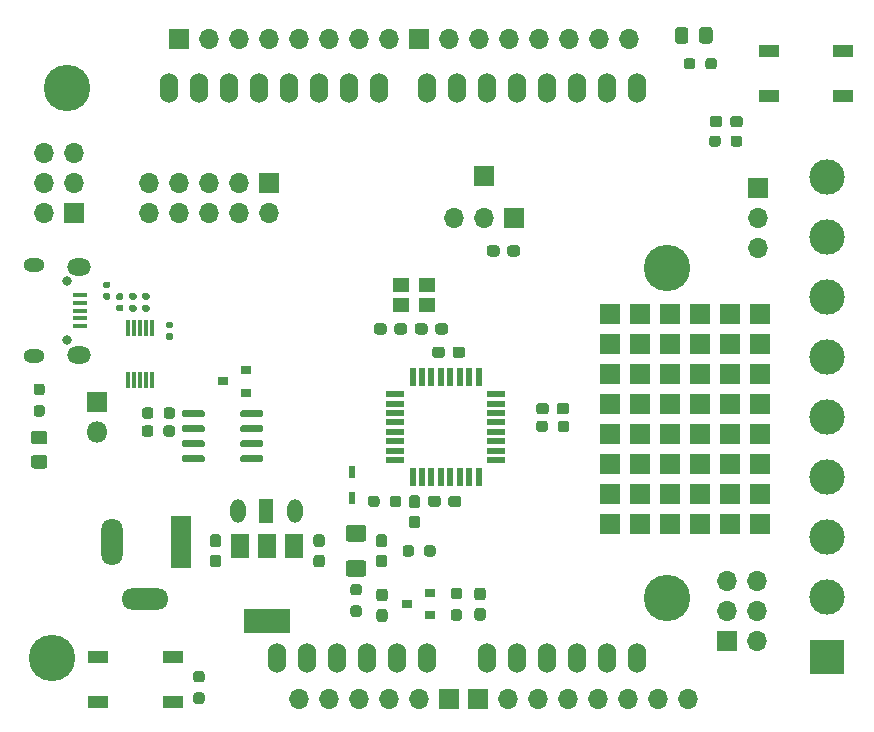
<source format=gbr>
%TF.GenerationSoftware,KiCad,Pcbnew,(5.1.7)-1*%
%TF.CreationDate,2020-10-28T17:30:24+01:00*%
%TF.ProjectId,Atmega_328_breakout,41746d65-6761-45f3-9332-385f62726561,rev?*%
%TF.SameCoordinates,Original*%
%TF.FileFunction,Soldermask,Top*%
%TF.FilePolarity,Negative*%
%FSLAX46Y46*%
G04 Gerber Fmt 4.6, Leading zero omitted, Abs format (unit mm)*
G04 Created by KiCad (PCBNEW (5.1.7)-1) date 2020-10-28 17:30:24*
%MOMM*%
%LPD*%
G01*
G04 APERTURE LIST*
%ADD10C,3.937000*%
%ADD11O,1.524000X2.540000*%
%ADD12O,0.800000X0.800000*%
%ADD13O,1.800000X1.150000*%
%ADD14O,2.000000X1.450000*%
%ADD15R,1.300000X0.450000*%
%ADD16R,0.300000X1.400000*%
%ADD17R,0.900000X0.800000*%
%ADD18R,1.500000X2.000000*%
%ADD19R,4.000000X2.000000*%
%ADD20R,0.600000X1.100000*%
%ADD21O,1.700000X1.700000*%
%ADD22R,1.700000X1.700000*%
%ADD23R,1.400000X1.200000*%
%ADD24R,1.700000X1.000000*%
%ADD25R,1.800000X4.400000*%
%ADD26O,1.800000X4.000000*%
%ADD27O,4.000000X1.800000*%
%ADD28C,3.000000*%
%ADD29R,3.000000X3.000000*%
%ADD30O,1.300000X2.000000*%
%ADD31R,1.300000X2.000000*%
%ADD32R,1.600000X0.550000*%
%ADD33R,0.550000X1.600000*%
%ADD34O,1.800000X1.800000*%
%ADD35R,1.800000X1.800000*%
G04 APERTURE END LIST*
D10*
%TO.C,SHIELD1*%
X53170000Y-109700000D03*
X54440000Y-61440000D03*
X105240000Y-76680000D03*
X105240000Y-104620000D03*
D11*
X77300000Y-109700000D03*
X63076000Y-61440000D03*
X65616000Y-61440000D03*
X68156000Y-61440000D03*
X70696000Y-61440000D03*
X73236000Y-61440000D03*
X75776000Y-61440000D03*
X78316000Y-61440000D03*
X80856000Y-61440000D03*
X84920000Y-61440000D03*
X87460000Y-61440000D03*
X90000000Y-61440000D03*
X92540000Y-61440000D03*
X95080000Y-61440000D03*
X97620000Y-61440000D03*
X100160000Y-61440000D03*
X102700000Y-61440000D03*
X72220000Y-109700000D03*
X74760000Y-109700000D03*
X79840000Y-109700000D03*
X82380000Y-109700000D03*
X84920000Y-109700000D03*
X95080000Y-109700000D03*
X92540000Y-109700000D03*
X90000000Y-109700000D03*
X97620000Y-109700000D03*
X100160000Y-109700000D03*
X102700000Y-109700000D03*
%TD*%
D12*
%TO.C,J28*%
X54400000Y-82800000D03*
X54400000Y-77800000D03*
D13*
X51650000Y-84175000D03*
X51650000Y-76425000D03*
D14*
X55450000Y-84025000D03*
X55450000Y-76575000D03*
D15*
X55500000Y-81600000D03*
X55500000Y-80950000D03*
X55500000Y-80300000D03*
X55500000Y-79650000D03*
X55500000Y-79000000D03*
%TD*%
%TO.C,C14*%
G36*
G01*
X57630000Y-78800000D02*
X57970000Y-78800000D01*
G75*
G02*
X58110000Y-78940000I0J-140000D01*
G01*
X58110000Y-79220000D01*
G75*
G02*
X57970000Y-79360000I-140000J0D01*
G01*
X57630000Y-79360000D01*
G75*
G02*
X57490000Y-79220000I0J140000D01*
G01*
X57490000Y-78940000D01*
G75*
G02*
X57630000Y-78800000I140000J0D01*
G01*
G37*
G36*
G01*
X57630000Y-77840000D02*
X57970000Y-77840000D01*
G75*
G02*
X58110000Y-77980000I0J-140000D01*
G01*
X58110000Y-78260000D01*
G75*
G02*
X57970000Y-78400000I-140000J0D01*
G01*
X57630000Y-78400000D01*
G75*
G02*
X57490000Y-78260000I0J140000D01*
G01*
X57490000Y-77980000D01*
G75*
G02*
X57630000Y-77840000I140000J0D01*
G01*
G37*
%TD*%
D16*
%TO.C,U6*%
X59600000Y-81800000D03*
X60100000Y-81800000D03*
X60600000Y-81800000D03*
X61100000Y-81800000D03*
X61600000Y-81800000D03*
X61600000Y-86200000D03*
X61100000Y-86200000D03*
X60600000Y-86200000D03*
X60100000Y-86200000D03*
X59600000Y-86200000D03*
%TD*%
%TO.C,R13*%
G36*
G01*
X60185000Y-79360000D02*
X59815000Y-79360000D01*
G75*
G02*
X59680000Y-79225000I0J135000D01*
G01*
X59680000Y-78955000D01*
G75*
G02*
X59815000Y-78820000I135000J0D01*
G01*
X60185000Y-78820000D01*
G75*
G02*
X60320000Y-78955000I0J-135000D01*
G01*
X60320000Y-79225000D01*
G75*
G02*
X60185000Y-79360000I-135000J0D01*
G01*
G37*
G36*
G01*
X60185000Y-80380000D02*
X59815000Y-80380000D01*
G75*
G02*
X59680000Y-80245000I0J135000D01*
G01*
X59680000Y-79975000D01*
G75*
G02*
X59815000Y-79840000I135000J0D01*
G01*
X60185000Y-79840000D01*
G75*
G02*
X60320000Y-79975000I0J-135000D01*
G01*
X60320000Y-80245000D01*
G75*
G02*
X60185000Y-80380000I-135000J0D01*
G01*
G37*
%TD*%
%TO.C,R10*%
G36*
G01*
X61285000Y-79360000D02*
X60915000Y-79360000D01*
G75*
G02*
X60780000Y-79225000I0J135000D01*
G01*
X60780000Y-78955000D01*
G75*
G02*
X60915000Y-78820000I135000J0D01*
G01*
X61285000Y-78820000D01*
G75*
G02*
X61420000Y-78955000I0J-135000D01*
G01*
X61420000Y-79225000D01*
G75*
G02*
X61285000Y-79360000I-135000J0D01*
G01*
G37*
G36*
G01*
X61285000Y-80380000D02*
X60915000Y-80380000D01*
G75*
G02*
X60780000Y-80245000I0J135000D01*
G01*
X60780000Y-79975000D01*
G75*
G02*
X60915000Y-79840000I135000J0D01*
G01*
X61285000Y-79840000D01*
G75*
G02*
X61420000Y-79975000I0J-135000D01*
G01*
X61420000Y-80245000D01*
G75*
G02*
X61285000Y-80380000I-135000J0D01*
G01*
G37*
%TD*%
%TO.C,C16*%
G36*
G01*
X58730000Y-79800000D02*
X59070000Y-79800000D01*
G75*
G02*
X59210000Y-79940000I0J-140000D01*
G01*
X59210000Y-80220000D01*
G75*
G02*
X59070000Y-80360000I-140000J0D01*
G01*
X58730000Y-80360000D01*
G75*
G02*
X58590000Y-80220000I0J140000D01*
G01*
X58590000Y-79940000D01*
G75*
G02*
X58730000Y-79800000I140000J0D01*
G01*
G37*
G36*
G01*
X58730000Y-78840000D02*
X59070000Y-78840000D01*
G75*
G02*
X59210000Y-78980000I0J-140000D01*
G01*
X59210000Y-79260000D01*
G75*
G02*
X59070000Y-79400000I-140000J0D01*
G01*
X58730000Y-79400000D01*
G75*
G02*
X58590000Y-79260000I0J140000D01*
G01*
X58590000Y-78980000D01*
G75*
G02*
X58730000Y-78840000I140000J0D01*
G01*
G37*
%TD*%
%TO.C,C15*%
G36*
G01*
X62930000Y-82200000D02*
X63270000Y-82200000D01*
G75*
G02*
X63410000Y-82340000I0J-140000D01*
G01*
X63410000Y-82620000D01*
G75*
G02*
X63270000Y-82760000I-140000J0D01*
G01*
X62930000Y-82760000D01*
G75*
G02*
X62790000Y-82620000I0J140000D01*
G01*
X62790000Y-82340000D01*
G75*
G02*
X62930000Y-82200000I140000J0D01*
G01*
G37*
G36*
G01*
X62930000Y-81240000D02*
X63270000Y-81240000D01*
G75*
G02*
X63410000Y-81380000I0J-140000D01*
G01*
X63410000Y-81660000D01*
G75*
G02*
X63270000Y-81800000I-140000J0D01*
G01*
X62930000Y-81800000D01*
G75*
G02*
X62790000Y-81660000I0J140000D01*
G01*
X62790000Y-81380000D01*
G75*
G02*
X62930000Y-81240000I140000J0D01*
G01*
G37*
%TD*%
D17*
%TO.C,Q1*%
X67600000Y-86300000D03*
X69600000Y-85350000D03*
X69600000Y-87250000D03*
%TD*%
%TO.C,U3*%
G36*
G01*
X69100000Y-89175000D02*
X69100000Y-88875000D01*
G75*
G02*
X69250000Y-88725000I150000J0D01*
G01*
X70900000Y-88725000D01*
G75*
G02*
X71050000Y-88875000I0J-150000D01*
G01*
X71050000Y-89175000D01*
G75*
G02*
X70900000Y-89325000I-150000J0D01*
G01*
X69250000Y-89325000D01*
G75*
G02*
X69100000Y-89175000I0J150000D01*
G01*
G37*
G36*
G01*
X69100000Y-90445000D02*
X69100000Y-90145000D01*
G75*
G02*
X69250000Y-89995000I150000J0D01*
G01*
X70900000Y-89995000D01*
G75*
G02*
X71050000Y-90145000I0J-150000D01*
G01*
X71050000Y-90445000D01*
G75*
G02*
X70900000Y-90595000I-150000J0D01*
G01*
X69250000Y-90595000D01*
G75*
G02*
X69100000Y-90445000I0J150000D01*
G01*
G37*
G36*
G01*
X69100000Y-91715000D02*
X69100000Y-91415000D01*
G75*
G02*
X69250000Y-91265000I150000J0D01*
G01*
X70900000Y-91265000D01*
G75*
G02*
X71050000Y-91415000I0J-150000D01*
G01*
X71050000Y-91715000D01*
G75*
G02*
X70900000Y-91865000I-150000J0D01*
G01*
X69250000Y-91865000D01*
G75*
G02*
X69100000Y-91715000I0J150000D01*
G01*
G37*
G36*
G01*
X69100000Y-92985000D02*
X69100000Y-92685000D01*
G75*
G02*
X69250000Y-92535000I150000J0D01*
G01*
X70900000Y-92535000D01*
G75*
G02*
X71050000Y-92685000I0J-150000D01*
G01*
X71050000Y-92985000D01*
G75*
G02*
X70900000Y-93135000I-150000J0D01*
G01*
X69250000Y-93135000D01*
G75*
G02*
X69100000Y-92985000I0J150000D01*
G01*
G37*
G36*
G01*
X64150000Y-92985000D02*
X64150000Y-92685000D01*
G75*
G02*
X64300000Y-92535000I150000J0D01*
G01*
X65950000Y-92535000D01*
G75*
G02*
X66100000Y-92685000I0J-150000D01*
G01*
X66100000Y-92985000D01*
G75*
G02*
X65950000Y-93135000I-150000J0D01*
G01*
X64300000Y-93135000D01*
G75*
G02*
X64150000Y-92985000I0J150000D01*
G01*
G37*
G36*
G01*
X64150000Y-91715000D02*
X64150000Y-91415000D01*
G75*
G02*
X64300000Y-91265000I150000J0D01*
G01*
X65950000Y-91265000D01*
G75*
G02*
X66100000Y-91415000I0J-150000D01*
G01*
X66100000Y-91715000D01*
G75*
G02*
X65950000Y-91865000I-150000J0D01*
G01*
X64300000Y-91865000D01*
G75*
G02*
X64150000Y-91715000I0J150000D01*
G01*
G37*
G36*
G01*
X64150000Y-90445000D02*
X64150000Y-90145000D01*
G75*
G02*
X64300000Y-89995000I150000J0D01*
G01*
X65950000Y-89995000D01*
G75*
G02*
X66100000Y-90145000I0J-150000D01*
G01*
X66100000Y-90445000D01*
G75*
G02*
X65950000Y-90595000I-150000J0D01*
G01*
X64300000Y-90595000D01*
G75*
G02*
X64150000Y-90445000I0J150000D01*
G01*
G37*
G36*
G01*
X64150000Y-89175000D02*
X64150000Y-88875000D01*
G75*
G02*
X64300000Y-88725000I150000J0D01*
G01*
X65950000Y-88725000D01*
G75*
G02*
X66100000Y-88875000I0J-150000D01*
G01*
X66100000Y-89175000D01*
G75*
G02*
X65950000Y-89325000I-150000J0D01*
G01*
X64300000Y-89325000D01*
G75*
G02*
X64150000Y-89175000I0J150000D01*
G01*
G37*
%TD*%
D18*
%TO.C,U1*%
X73675000Y-100250000D03*
X69075000Y-100250000D03*
X71375000Y-100250000D03*
D19*
X71375000Y-106550000D03*
%TD*%
D20*
%TO.C,D2*%
X78522000Y-96158000D03*
X78522000Y-93958000D03*
%TD*%
D21*
%TO.C,J20*%
X107030000Y-113150000D03*
X104490000Y-113150000D03*
X101950000Y-113150000D03*
X99410000Y-113150000D03*
X96870000Y-113150000D03*
X94330000Y-113150000D03*
X91790000Y-113150000D03*
D22*
X89250000Y-113150000D03*
%TD*%
D21*
%TO.C,J10*%
X112812000Y-103186000D03*
X110272000Y-103186000D03*
X112812000Y-105726000D03*
X110272000Y-105726000D03*
X112812000Y-108266000D03*
D22*
X110272000Y-108266000D03*
%TD*%
D21*
%TO.C,J22*%
X101981000Y-57277000D03*
X99441000Y-57277000D03*
X96901000Y-57277000D03*
X94361000Y-57277000D03*
X91821000Y-57277000D03*
X89281000Y-57277000D03*
X86741000Y-57277000D03*
D22*
X84201000Y-57277000D03*
%TD*%
D21*
%TO.C,J21*%
X81661000Y-57277000D03*
X79121000Y-57277000D03*
X76581000Y-57277000D03*
X74041000Y-57277000D03*
X71501000Y-57277000D03*
X68961000Y-57277000D03*
X66421000Y-57277000D03*
D22*
X63881000Y-57277000D03*
%TD*%
D21*
%TO.C,J19*%
X74041000Y-113157000D03*
X76581000Y-113157000D03*
X79121000Y-113157000D03*
X81661000Y-113157000D03*
X84201000Y-113157000D03*
D22*
X86741000Y-113157000D03*
%TD*%
D23*
%TO.C,Y1*%
X82672000Y-78118000D03*
X84872000Y-78118000D03*
X84872000Y-79818000D03*
X82672000Y-79818000D03*
%TD*%
D22*
%TO.C,J18*%
X113066000Y-98360000D03*
X110526000Y-98360000D03*
X107986000Y-98360000D03*
%TD*%
%TO.C,J17*%
X105446000Y-98360000D03*
X102906000Y-98360000D03*
X100366000Y-98360000D03*
%TD*%
%TO.C,J16*%
X113066000Y-95820000D03*
X110526000Y-95820000D03*
X107986000Y-95820000D03*
%TD*%
%TO.C,J15*%
X105446000Y-95820000D03*
X102906000Y-95820000D03*
X100366000Y-95820000D03*
%TD*%
%TO.C,J14*%
X113066000Y-93280000D03*
X110526000Y-93280000D03*
X107986000Y-93280000D03*
%TD*%
%TO.C,J13*%
X105446000Y-93280000D03*
X102906000Y-93280000D03*
X100366000Y-93280000D03*
%TD*%
%TO.C,J12*%
X113066000Y-90740000D03*
X110526000Y-90740000D03*
X107986000Y-90740000D03*
%TD*%
%TO.C,J11*%
X105446000Y-90740000D03*
X102906000Y-90740000D03*
X100366000Y-90740000D03*
%TD*%
%TO.C,J9*%
X105446000Y-88200000D03*
X102906000Y-88200000D03*
X100366000Y-88200000D03*
%TD*%
%TO.C,J8*%
X113066000Y-88200000D03*
X110526000Y-88200000D03*
X107986000Y-88200000D03*
%TD*%
%TO.C,J7*%
X105446000Y-85660000D03*
X102906000Y-85660000D03*
X100366000Y-85660000D03*
%TD*%
%TO.C,J6*%
X113066000Y-85660000D03*
X110526000Y-85660000D03*
X107986000Y-85660000D03*
%TD*%
%TO.C,J5*%
X105446000Y-83120000D03*
X102906000Y-83120000D03*
X100366000Y-83120000D03*
%TD*%
%TO.C,J4*%
X113066000Y-83120000D03*
X110526000Y-83120000D03*
X107986000Y-83120000D03*
%TD*%
%TO.C,J3*%
X105446000Y-80580000D03*
X102906000Y-80580000D03*
X100366000Y-80580000D03*
%TD*%
%TO.C,J2*%
X113066000Y-80580000D03*
X110526000Y-80580000D03*
X107986000Y-80580000D03*
%TD*%
D24*
%TO.C,SW2*%
X120153000Y-62160000D03*
X113853000Y-62160000D03*
X120153000Y-58360000D03*
X113853000Y-58360000D03*
%TD*%
%TO.C,SW1*%
X57084000Y-109668000D03*
X63384000Y-109668000D03*
X57084000Y-113468000D03*
X63384000Y-113468000D03*
%TD*%
%TO.C,R12*%
G36*
G01*
X81741000Y-96692500D02*
X81741000Y-96217500D01*
G75*
G02*
X81978500Y-95980000I237500J0D01*
G01*
X82478500Y-95980000D01*
G75*
G02*
X82716000Y-96217500I0J-237500D01*
G01*
X82716000Y-96692500D01*
G75*
G02*
X82478500Y-96930000I-237500J0D01*
G01*
X81978500Y-96930000D01*
G75*
G02*
X81741000Y-96692500I0J237500D01*
G01*
G37*
G36*
G01*
X79916000Y-96692500D02*
X79916000Y-96217500D01*
G75*
G02*
X80153500Y-95980000I237500J0D01*
G01*
X80653500Y-95980000D01*
G75*
G02*
X80891000Y-96217500I0J-237500D01*
G01*
X80891000Y-96692500D01*
G75*
G02*
X80653500Y-96930000I-237500J0D01*
G01*
X80153500Y-96930000D01*
G75*
G02*
X79916000Y-96692500I0J237500D01*
G01*
G37*
%TD*%
%TO.C,R11*%
G36*
G01*
X84662000Y-100883500D02*
X84662000Y-100408500D01*
G75*
G02*
X84899500Y-100171000I237500J0D01*
G01*
X85399500Y-100171000D01*
G75*
G02*
X85637000Y-100408500I0J-237500D01*
G01*
X85637000Y-100883500D01*
G75*
G02*
X85399500Y-101121000I-237500J0D01*
G01*
X84899500Y-101121000D01*
G75*
G02*
X84662000Y-100883500I0J237500D01*
G01*
G37*
G36*
G01*
X82837000Y-100883500D02*
X82837000Y-100408500D01*
G75*
G02*
X83074500Y-100171000I237500J0D01*
G01*
X83574500Y-100171000D01*
G75*
G02*
X83812000Y-100408500I0J-237500D01*
G01*
X83812000Y-100883500D01*
G75*
G02*
X83574500Y-101121000I-237500J0D01*
G01*
X83074500Y-101121000D01*
G75*
G02*
X82837000Y-100883500I0J237500D01*
G01*
G37*
%TD*%
D25*
%TO.C,J1*%
X64044000Y-99884000D03*
D26*
X58244000Y-99884000D03*
D27*
X61044000Y-104684000D03*
%TD*%
%TO.C,F1*%
G36*
G01*
X79528000Y-99871000D02*
X78278000Y-99871000D01*
G75*
G02*
X78028000Y-99621000I0J250000D01*
G01*
X78028000Y-98696000D01*
G75*
G02*
X78278000Y-98446000I250000J0D01*
G01*
X79528000Y-98446000D01*
G75*
G02*
X79778000Y-98696000I0J-250000D01*
G01*
X79778000Y-99621000D01*
G75*
G02*
X79528000Y-99871000I-250000J0D01*
G01*
G37*
G36*
G01*
X79528000Y-102846000D02*
X78278000Y-102846000D01*
G75*
G02*
X78028000Y-102596000I0J250000D01*
G01*
X78028000Y-101671000D01*
G75*
G02*
X78278000Y-101421000I250000J0D01*
G01*
X79528000Y-101421000D01*
G75*
G02*
X79778000Y-101671000I0J-250000D01*
G01*
X79778000Y-102596000D01*
G75*
G02*
X79528000Y-102846000I-250000J0D01*
G01*
G37*
%TD*%
D28*
%TO.C,J27*%
X118745000Y-68961000D03*
X118745000Y-74041000D03*
X118745000Y-79121000D03*
X118745000Y-84201000D03*
X118745000Y-89281000D03*
X118745000Y-94361000D03*
D29*
X118745000Y-109601000D03*
D28*
X118745000Y-99441000D03*
X118745000Y-104521000D03*
%TD*%
D22*
%TO.C,J23*%
X89698000Y-68896000D03*
%TD*%
D30*
%TO.C,U2*%
X73700000Y-97250000D03*
D31*
X71300000Y-97250000D03*
D30*
X68900000Y-97250000D03*
%TD*%
D17*
%TO.C,U5*%
X83200000Y-105150000D03*
X85200000Y-104200000D03*
X85200000Y-106100000D03*
%TD*%
D32*
%TO.C,U4*%
X90737000Y-87370000D03*
X90737000Y-88170000D03*
X90737000Y-88970000D03*
X90737000Y-89770000D03*
X90737000Y-90570000D03*
X90737000Y-91370000D03*
X90737000Y-92170000D03*
X90737000Y-92970000D03*
D33*
X89287000Y-94420000D03*
X88487000Y-94420000D03*
X87687000Y-94420000D03*
X86887000Y-94420000D03*
X86087000Y-94420000D03*
X85287000Y-94420000D03*
X84487000Y-94420000D03*
X83687000Y-94420000D03*
D32*
X82237000Y-92970000D03*
X82237000Y-92170000D03*
X82237000Y-91370000D03*
X82237000Y-90570000D03*
X82237000Y-89770000D03*
X82237000Y-88970000D03*
X82237000Y-88170000D03*
X82237000Y-87370000D03*
D33*
X83687000Y-85920000D03*
X84487000Y-85920000D03*
X85287000Y-85920000D03*
X86087000Y-85920000D03*
X86887000Y-85920000D03*
X87687000Y-85920000D03*
X88487000Y-85920000D03*
X89287000Y-85920000D03*
%TD*%
D21*
%TO.C,J26*%
X61340000Y-72040000D03*
X61340000Y-69500000D03*
X63880000Y-72040000D03*
X63880000Y-69500000D03*
X66420000Y-72040000D03*
X66420000Y-69500000D03*
X68960000Y-72040000D03*
X68960000Y-69500000D03*
X71500000Y-72040000D03*
D22*
X71500000Y-69500000D03*
%TD*%
D21*
%TO.C,J25*%
X112900000Y-74980000D03*
X112900000Y-72440000D03*
D22*
X112900000Y-69900000D03*
%TD*%
D21*
%TO.C,J24*%
X87158000Y-72452000D03*
X89698000Y-72452000D03*
D22*
X92238000Y-72452000D03*
%TD*%
D21*
%TO.C,ISP1*%
X52510000Y-66970000D03*
X55050000Y-66970000D03*
X52510000Y-69510000D03*
X55050000Y-69510000D03*
X52510000Y-72050000D03*
D22*
X55050000Y-72050000D03*
%TD*%
%TO.C,D4*%
G36*
G01*
X107050000Y-56549999D02*
X107050000Y-57450001D01*
G75*
G02*
X106800001Y-57700000I-249999J0D01*
G01*
X106149999Y-57700000D01*
G75*
G02*
X105900000Y-57450001I0J249999D01*
G01*
X105900000Y-56549999D01*
G75*
G02*
X106149999Y-56300000I249999J0D01*
G01*
X106800001Y-56300000D01*
G75*
G02*
X107050000Y-56549999I0J-249999D01*
G01*
G37*
G36*
G01*
X109100000Y-56549999D02*
X109100000Y-57450001D01*
G75*
G02*
X108850001Y-57700000I-249999J0D01*
G01*
X108199999Y-57700000D01*
G75*
G02*
X107950000Y-57450001I0J249999D01*
G01*
X107950000Y-56549999D01*
G75*
G02*
X108199999Y-56300000I249999J0D01*
G01*
X108850001Y-56300000D01*
G75*
G02*
X109100000Y-56549999I0J-249999D01*
G01*
G37*
%TD*%
%TO.C,D3*%
G36*
G01*
X52520001Y-91625000D02*
X51619999Y-91625000D01*
G75*
G02*
X51370000Y-91375001I0J249999D01*
G01*
X51370000Y-90724999D01*
G75*
G02*
X51619999Y-90475000I249999J0D01*
G01*
X52520001Y-90475000D01*
G75*
G02*
X52770000Y-90724999I0J-249999D01*
G01*
X52770000Y-91375001D01*
G75*
G02*
X52520001Y-91625000I-249999J0D01*
G01*
G37*
G36*
G01*
X52520001Y-93675000D02*
X51619999Y-93675000D01*
G75*
G02*
X51370000Y-93425001I0J249999D01*
G01*
X51370000Y-92774999D01*
G75*
G02*
X51619999Y-92525000I249999J0D01*
G01*
X52520001Y-92525000D01*
G75*
G02*
X52770000Y-92774999I0J-249999D01*
G01*
X52770000Y-93425001D01*
G75*
G02*
X52520001Y-93675000I-249999J0D01*
G01*
G37*
%TD*%
D34*
%TO.C,D1*%
X57000000Y-90600000D03*
D35*
X57000000Y-88060000D03*
%TD*%
%TO.C,C13*%
G36*
G01*
X110575000Y-64537500D02*
X110575000Y-64062500D01*
G75*
G02*
X110812500Y-63825000I237500J0D01*
G01*
X111412500Y-63825000D01*
G75*
G02*
X111650000Y-64062500I0J-237500D01*
G01*
X111650000Y-64537500D01*
G75*
G02*
X111412500Y-64775000I-237500J0D01*
G01*
X110812500Y-64775000D01*
G75*
G02*
X110575000Y-64537500I0J237500D01*
G01*
G37*
G36*
G01*
X108850000Y-64537500D02*
X108850000Y-64062500D01*
G75*
G02*
X109087500Y-63825000I237500J0D01*
G01*
X109687500Y-63825000D01*
G75*
G02*
X109925000Y-64062500I0J-237500D01*
G01*
X109925000Y-64537500D01*
G75*
G02*
X109687500Y-64775000I-237500J0D01*
G01*
X109087500Y-64775000D01*
G75*
G02*
X108850000Y-64537500I0J237500D01*
G01*
G37*
%TD*%
%TO.C,C12*%
G36*
G01*
X84954500Y-81612500D02*
X84954500Y-82087500D01*
G75*
G02*
X84717000Y-82325000I-237500J0D01*
G01*
X84117000Y-82325000D01*
G75*
G02*
X83879500Y-82087500I0J237500D01*
G01*
X83879500Y-81612500D01*
G75*
G02*
X84117000Y-81375000I237500J0D01*
G01*
X84717000Y-81375000D01*
G75*
G02*
X84954500Y-81612500I0J-237500D01*
G01*
G37*
G36*
G01*
X86679500Y-81612500D02*
X86679500Y-82087500D01*
G75*
G02*
X86442000Y-82325000I-237500J0D01*
G01*
X85842000Y-82325000D01*
G75*
G02*
X85604500Y-82087500I0J237500D01*
G01*
X85604500Y-81612500D01*
G75*
G02*
X85842000Y-81375000I237500J0D01*
G01*
X86442000Y-81375000D01*
G75*
G02*
X86679500Y-81612500I0J-237500D01*
G01*
G37*
%TD*%
%TO.C,C11*%
G36*
G01*
X82149000Y-82087500D02*
X82149000Y-81612500D01*
G75*
G02*
X82386500Y-81375000I237500J0D01*
G01*
X82986500Y-81375000D01*
G75*
G02*
X83224000Y-81612500I0J-237500D01*
G01*
X83224000Y-82087500D01*
G75*
G02*
X82986500Y-82325000I-237500J0D01*
G01*
X82386500Y-82325000D01*
G75*
G02*
X82149000Y-82087500I0J237500D01*
G01*
G37*
G36*
G01*
X80424000Y-82087500D02*
X80424000Y-81612500D01*
G75*
G02*
X80661500Y-81375000I237500J0D01*
G01*
X81261500Y-81375000D01*
G75*
G02*
X81499000Y-81612500I0J-237500D01*
G01*
X81499000Y-82087500D01*
G75*
G02*
X81261500Y-82325000I-237500J0D01*
G01*
X80661500Y-82325000D01*
G75*
G02*
X80424000Y-82087500I0J237500D01*
G01*
G37*
%TD*%
%TO.C,C10*%
G36*
G01*
X91700500Y-75483500D02*
X91700500Y-75008500D01*
G75*
G02*
X91938000Y-74771000I237500J0D01*
G01*
X92538000Y-74771000D01*
G75*
G02*
X92775500Y-75008500I0J-237500D01*
G01*
X92775500Y-75483500D01*
G75*
G02*
X92538000Y-75721000I-237500J0D01*
G01*
X91938000Y-75721000D01*
G75*
G02*
X91700500Y-75483500I0J237500D01*
G01*
G37*
G36*
G01*
X89975500Y-75483500D02*
X89975500Y-75008500D01*
G75*
G02*
X90213000Y-74771000I237500J0D01*
G01*
X90813000Y-74771000D01*
G75*
G02*
X91050500Y-75008500I0J-237500D01*
G01*
X91050500Y-75483500D01*
G75*
G02*
X90813000Y-75721000I-237500J0D01*
G01*
X90213000Y-75721000D01*
G75*
G02*
X89975500Y-75483500I0J237500D01*
G01*
G37*
%TD*%
%TO.C,C9*%
G36*
G01*
X95875000Y-88837500D02*
X95875000Y-88362500D01*
G75*
G02*
X96112500Y-88125000I237500J0D01*
G01*
X96712500Y-88125000D01*
G75*
G02*
X96950000Y-88362500I0J-237500D01*
G01*
X96950000Y-88837500D01*
G75*
G02*
X96712500Y-89075000I-237500J0D01*
G01*
X96112500Y-89075000D01*
G75*
G02*
X95875000Y-88837500I0J237500D01*
G01*
G37*
G36*
G01*
X94150000Y-88837500D02*
X94150000Y-88362500D01*
G75*
G02*
X94387500Y-88125000I237500J0D01*
G01*
X94987500Y-88125000D01*
G75*
G02*
X95225000Y-88362500I0J-237500D01*
G01*
X95225000Y-88837500D01*
G75*
G02*
X94987500Y-89075000I-237500J0D01*
G01*
X94387500Y-89075000D01*
G75*
G02*
X94150000Y-88837500I0J237500D01*
G01*
G37*
%TD*%
%TO.C,C8*%
G36*
G01*
X80824500Y-100971000D02*
X81299500Y-100971000D01*
G75*
G02*
X81537000Y-101208500I0J-237500D01*
G01*
X81537000Y-101808500D01*
G75*
G02*
X81299500Y-102046000I-237500J0D01*
G01*
X80824500Y-102046000D01*
G75*
G02*
X80587000Y-101808500I0J237500D01*
G01*
X80587000Y-101208500D01*
G75*
G02*
X80824500Y-100971000I237500J0D01*
G01*
G37*
G36*
G01*
X80824500Y-99246000D02*
X81299500Y-99246000D01*
G75*
G02*
X81537000Y-99483500I0J-237500D01*
G01*
X81537000Y-100083500D01*
G75*
G02*
X81299500Y-100321000I-237500J0D01*
G01*
X80824500Y-100321000D01*
G75*
G02*
X80587000Y-100083500I0J237500D01*
G01*
X80587000Y-99483500D01*
G75*
G02*
X80824500Y-99246000I237500J0D01*
G01*
G37*
%TD*%
%TO.C,C7*%
G36*
G01*
X89162500Y-105475000D02*
X89637500Y-105475000D01*
G75*
G02*
X89875000Y-105712500I0J-237500D01*
G01*
X89875000Y-106312500D01*
G75*
G02*
X89637500Y-106550000I-237500J0D01*
G01*
X89162500Y-106550000D01*
G75*
G02*
X88925000Y-106312500I0J237500D01*
G01*
X88925000Y-105712500D01*
G75*
G02*
X89162500Y-105475000I237500J0D01*
G01*
G37*
G36*
G01*
X89162500Y-103750000D02*
X89637500Y-103750000D01*
G75*
G02*
X89875000Y-103987500I0J-237500D01*
G01*
X89875000Y-104587500D01*
G75*
G02*
X89637500Y-104825000I-237500J0D01*
G01*
X89162500Y-104825000D01*
G75*
G02*
X88925000Y-104587500I0J237500D01*
G01*
X88925000Y-103987500D01*
G75*
G02*
X89162500Y-103750000I237500J0D01*
G01*
G37*
%TD*%
%TO.C,C6*%
G36*
G01*
X81337500Y-104925000D02*
X80862500Y-104925000D01*
G75*
G02*
X80625000Y-104687500I0J237500D01*
G01*
X80625000Y-104087500D01*
G75*
G02*
X80862500Y-103850000I237500J0D01*
G01*
X81337500Y-103850000D01*
G75*
G02*
X81575000Y-104087500I0J-237500D01*
G01*
X81575000Y-104687500D01*
G75*
G02*
X81337500Y-104925000I-237500J0D01*
G01*
G37*
G36*
G01*
X81337500Y-106650000D02*
X80862500Y-106650000D01*
G75*
G02*
X80625000Y-106412500I0J237500D01*
G01*
X80625000Y-105812500D01*
G75*
G02*
X80862500Y-105575000I237500J0D01*
G01*
X81337500Y-105575000D01*
G75*
G02*
X81575000Y-105812500I0J-237500D01*
G01*
X81575000Y-106412500D01*
G75*
G02*
X81337500Y-106650000I-237500J0D01*
G01*
G37*
%TD*%
%TO.C,C5*%
G36*
G01*
X76012500Y-100321000D02*
X75537500Y-100321000D01*
G75*
G02*
X75300000Y-100083500I0J237500D01*
G01*
X75300000Y-99483500D01*
G75*
G02*
X75537500Y-99246000I237500J0D01*
G01*
X76012500Y-99246000D01*
G75*
G02*
X76250000Y-99483500I0J-237500D01*
G01*
X76250000Y-100083500D01*
G75*
G02*
X76012500Y-100321000I-237500J0D01*
G01*
G37*
G36*
G01*
X76012500Y-102046000D02*
X75537500Y-102046000D01*
G75*
G02*
X75300000Y-101808500I0J237500D01*
G01*
X75300000Y-101208500D01*
G75*
G02*
X75537500Y-100971000I237500J0D01*
G01*
X76012500Y-100971000D01*
G75*
G02*
X76250000Y-101208500I0J-237500D01*
G01*
X76250000Y-101808500D01*
G75*
G02*
X76012500Y-102046000I-237500J0D01*
G01*
G37*
%TD*%
%TO.C,C4*%
G36*
G01*
X86071000Y-96217500D02*
X86071000Y-96692500D01*
G75*
G02*
X85833500Y-96930000I-237500J0D01*
G01*
X85233500Y-96930000D01*
G75*
G02*
X84996000Y-96692500I0J237500D01*
G01*
X84996000Y-96217500D01*
G75*
G02*
X85233500Y-95980000I237500J0D01*
G01*
X85833500Y-95980000D01*
G75*
G02*
X86071000Y-96217500I0J-237500D01*
G01*
G37*
G36*
G01*
X87796000Y-96217500D02*
X87796000Y-96692500D01*
G75*
G02*
X87558500Y-96930000I-237500J0D01*
G01*
X86958500Y-96930000D01*
G75*
G02*
X86721000Y-96692500I0J237500D01*
G01*
X86721000Y-96217500D01*
G75*
G02*
X86958500Y-95980000I237500J0D01*
G01*
X87558500Y-95980000D01*
G75*
G02*
X87796000Y-96217500I0J-237500D01*
G01*
G37*
%TD*%
%TO.C,C3*%
G36*
G01*
X86423000Y-83588500D02*
X86423000Y-84063500D01*
G75*
G02*
X86185500Y-84301000I-237500J0D01*
G01*
X85585500Y-84301000D01*
G75*
G02*
X85348000Y-84063500I0J237500D01*
G01*
X85348000Y-83588500D01*
G75*
G02*
X85585500Y-83351000I237500J0D01*
G01*
X86185500Y-83351000D01*
G75*
G02*
X86423000Y-83588500I0J-237500D01*
G01*
G37*
G36*
G01*
X88148000Y-83588500D02*
X88148000Y-84063500D01*
G75*
G02*
X87910500Y-84301000I-237500J0D01*
G01*
X87310500Y-84301000D01*
G75*
G02*
X87073000Y-84063500I0J237500D01*
G01*
X87073000Y-83588500D01*
G75*
G02*
X87310500Y-83351000I237500J0D01*
G01*
X87910500Y-83351000D01*
G75*
G02*
X88148000Y-83588500I0J-237500D01*
G01*
G37*
%TD*%
%TO.C,C2*%
G36*
G01*
X67237500Y-100321000D02*
X66762500Y-100321000D01*
G75*
G02*
X66525000Y-100083500I0J237500D01*
G01*
X66525000Y-99483500D01*
G75*
G02*
X66762500Y-99246000I237500J0D01*
G01*
X67237500Y-99246000D01*
G75*
G02*
X67475000Y-99483500I0J-237500D01*
G01*
X67475000Y-100083500D01*
G75*
G02*
X67237500Y-100321000I-237500J0D01*
G01*
G37*
G36*
G01*
X67237500Y-102046000D02*
X66762500Y-102046000D01*
G75*
G02*
X66525000Y-101808500I0J237500D01*
G01*
X66525000Y-101208500D01*
G75*
G02*
X66762500Y-100971000I237500J0D01*
G01*
X67237500Y-100971000D01*
G75*
G02*
X67475000Y-101208500I0J-237500D01*
G01*
X67475000Y-101808500D01*
G75*
G02*
X67237500Y-102046000I-237500J0D01*
G01*
G37*
%TD*%
%TO.C,C1*%
G36*
G01*
X84093500Y-97019000D02*
X83618500Y-97019000D01*
G75*
G02*
X83381000Y-96781500I0J237500D01*
G01*
X83381000Y-96181500D01*
G75*
G02*
X83618500Y-95944000I237500J0D01*
G01*
X84093500Y-95944000D01*
G75*
G02*
X84331000Y-96181500I0J-237500D01*
G01*
X84331000Y-96781500D01*
G75*
G02*
X84093500Y-97019000I-237500J0D01*
G01*
G37*
G36*
G01*
X84093500Y-98744000D02*
X83618500Y-98744000D01*
G75*
G02*
X83381000Y-98506500I0J237500D01*
G01*
X83381000Y-97906500D01*
G75*
G02*
X83618500Y-97669000I237500J0D01*
G01*
X84093500Y-97669000D01*
G75*
G02*
X84331000Y-97906500I0J-237500D01*
G01*
X84331000Y-98506500D01*
G75*
G02*
X84093500Y-98744000I-237500J0D01*
G01*
G37*
%TD*%
%TO.C,R1*%
G36*
G01*
X60760000Y-90737500D02*
X60760000Y-90262500D01*
G75*
G02*
X60997500Y-90025000I237500J0D01*
G01*
X61497500Y-90025000D01*
G75*
G02*
X61735000Y-90262500I0J-237500D01*
G01*
X61735000Y-90737500D01*
G75*
G02*
X61497500Y-90975000I-237500J0D01*
G01*
X60997500Y-90975000D01*
G75*
G02*
X60760000Y-90737500I0J237500D01*
G01*
G37*
G36*
G01*
X62585000Y-90737500D02*
X62585000Y-90262500D01*
G75*
G02*
X62822500Y-90025000I237500J0D01*
G01*
X63322500Y-90025000D01*
G75*
G02*
X63560000Y-90262500I0J-237500D01*
G01*
X63560000Y-90737500D01*
G75*
G02*
X63322500Y-90975000I-237500J0D01*
G01*
X62822500Y-90975000D01*
G75*
G02*
X62585000Y-90737500I0J237500D01*
G01*
G37*
%TD*%
%TO.C,R2*%
G36*
G01*
X63577500Y-88732500D02*
X63577500Y-89207500D01*
G75*
G02*
X63340000Y-89445000I-237500J0D01*
G01*
X62840000Y-89445000D01*
G75*
G02*
X62602500Y-89207500I0J237500D01*
G01*
X62602500Y-88732500D01*
G75*
G02*
X62840000Y-88495000I237500J0D01*
G01*
X63340000Y-88495000D01*
G75*
G02*
X63577500Y-88732500I0J-237500D01*
G01*
G37*
G36*
G01*
X61752500Y-88732500D02*
X61752500Y-89207500D01*
G75*
G02*
X61515000Y-89445000I-237500J0D01*
G01*
X61015000Y-89445000D01*
G75*
G02*
X60777500Y-89207500I0J237500D01*
G01*
X60777500Y-88732500D01*
G75*
G02*
X61015000Y-88495000I237500J0D01*
G01*
X61515000Y-88495000D01*
G75*
G02*
X61752500Y-88732500I0J-237500D01*
G01*
G37*
%TD*%
%TO.C,R3*%
G36*
G01*
X87637500Y-104725000D02*
X87162500Y-104725000D01*
G75*
G02*
X86925000Y-104487500I0J237500D01*
G01*
X86925000Y-103987500D01*
G75*
G02*
X87162500Y-103750000I237500J0D01*
G01*
X87637500Y-103750000D01*
G75*
G02*
X87875000Y-103987500I0J-237500D01*
G01*
X87875000Y-104487500D01*
G75*
G02*
X87637500Y-104725000I-237500J0D01*
G01*
G37*
G36*
G01*
X87637500Y-106550000D02*
X87162500Y-106550000D01*
G75*
G02*
X86925000Y-106312500I0J237500D01*
G01*
X86925000Y-105812500D01*
G75*
G02*
X87162500Y-105575000I237500J0D01*
G01*
X87637500Y-105575000D01*
G75*
G02*
X87875000Y-105812500I0J-237500D01*
G01*
X87875000Y-106312500D01*
G75*
G02*
X87637500Y-106550000I-237500J0D01*
G01*
G37*
%TD*%
%TO.C,R4*%
G36*
G01*
X79140500Y-106237000D02*
X78665500Y-106237000D01*
G75*
G02*
X78428000Y-105999500I0J237500D01*
G01*
X78428000Y-105499500D01*
G75*
G02*
X78665500Y-105262000I237500J0D01*
G01*
X79140500Y-105262000D01*
G75*
G02*
X79378000Y-105499500I0J-237500D01*
G01*
X79378000Y-105999500D01*
G75*
G02*
X79140500Y-106237000I-237500J0D01*
G01*
G37*
G36*
G01*
X79140500Y-104412000D02*
X78665500Y-104412000D01*
G75*
G02*
X78428000Y-104174500I0J237500D01*
G01*
X78428000Y-103674500D01*
G75*
G02*
X78665500Y-103437000I237500J0D01*
G01*
X79140500Y-103437000D01*
G75*
G02*
X79378000Y-103674500I0J-237500D01*
G01*
X79378000Y-104174500D01*
G75*
G02*
X79140500Y-104412000I-237500J0D01*
G01*
G37*
%TD*%
%TO.C,R5*%
G36*
G01*
X51832500Y-86484000D02*
X52307500Y-86484000D01*
G75*
G02*
X52545000Y-86721500I0J-237500D01*
G01*
X52545000Y-87221500D01*
G75*
G02*
X52307500Y-87459000I-237500J0D01*
G01*
X51832500Y-87459000D01*
G75*
G02*
X51595000Y-87221500I0J237500D01*
G01*
X51595000Y-86721500D01*
G75*
G02*
X51832500Y-86484000I237500J0D01*
G01*
G37*
G36*
G01*
X51832500Y-88309000D02*
X52307500Y-88309000D01*
G75*
G02*
X52545000Y-88546500I0J-237500D01*
G01*
X52545000Y-89046500D01*
G75*
G02*
X52307500Y-89284000I-237500J0D01*
G01*
X51832500Y-89284000D01*
G75*
G02*
X51595000Y-89046500I0J237500D01*
G01*
X51595000Y-88546500D01*
G75*
G02*
X51832500Y-88309000I237500J0D01*
G01*
G37*
%TD*%
%TO.C,R6*%
G36*
G01*
X95125000Y-89862500D02*
X95125000Y-90337500D01*
G75*
G02*
X94887500Y-90575000I-237500J0D01*
G01*
X94387500Y-90575000D01*
G75*
G02*
X94150000Y-90337500I0J237500D01*
G01*
X94150000Y-89862500D01*
G75*
G02*
X94387500Y-89625000I237500J0D01*
G01*
X94887500Y-89625000D01*
G75*
G02*
X95125000Y-89862500I0J-237500D01*
G01*
G37*
G36*
G01*
X96950000Y-89862500D02*
X96950000Y-90337500D01*
G75*
G02*
X96712500Y-90575000I-237500J0D01*
G01*
X96212500Y-90575000D01*
G75*
G02*
X95975000Y-90337500I0J237500D01*
G01*
X95975000Y-89862500D01*
G75*
G02*
X96212500Y-89625000I237500J0D01*
G01*
X96712500Y-89625000D01*
G75*
G02*
X96950000Y-89862500I0J-237500D01*
G01*
G37*
%TD*%
%TO.C,R7*%
G36*
G01*
X65362500Y-112625000D02*
X65837500Y-112625000D01*
G75*
G02*
X66075000Y-112862500I0J-237500D01*
G01*
X66075000Y-113362500D01*
G75*
G02*
X65837500Y-113600000I-237500J0D01*
G01*
X65362500Y-113600000D01*
G75*
G02*
X65125000Y-113362500I0J237500D01*
G01*
X65125000Y-112862500D01*
G75*
G02*
X65362500Y-112625000I237500J0D01*
G01*
G37*
G36*
G01*
X65362500Y-110800000D02*
X65837500Y-110800000D01*
G75*
G02*
X66075000Y-111037500I0J-237500D01*
G01*
X66075000Y-111537500D01*
G75*
G02*
X65837500Y-111775000I-237500J0D01*
G01*
X65362500Y-111775000D01*
G75*
G02*
X65125000Y-111537500I0J237500D01*
G01*
X65125000Y-111037500D01*
G75*
G02*
X65362500Y-110800000I237500J0D01*
G01*
G37*
%TD*%
%TO.C,R8*%
G36*
G01*
X108475000Y-59637500D02*
X108475000Y-59162500D01*
G75*
G02*
X108712500Y-58925000I237500J0D01*
G01*
X109212500Y-58925000D01*
G75*
G02*
X109450000Y-59162500I0J-237500D01*
G01*
X109450000Y-59637500D01*
G75*
G02*
X109212500Y-59875000I-237500J0D01*
G01*
X108712500Y-59875000D01*
G75*
G02*
X108475000Y-59637500I0J237500D01*
G01*
G37*
G36*
G01*
X106650000Y-59637500D02*
X106650000Y-59162500D01*
G75*
G02*
X106887500Y-58925000I237500J0D01*
G01*
X107387500Y-58925000D01*
G75*
G02*
X107625000Y-59162500I0J-237500D01*
G01*
X107625000Y-59637500D01*
G75*
G02*
X107387500Y-59875000I-237500J0D01*
G01*
X106887500Y-59875000D01*
G75*
G02*
X106650000Y-59637500I0J237500D01*
G01*
G37*
%TD*%
%TO.C,R9*%
G36*
G01*
X111600000Y-65712500D02*
X111600000Y-66187500D01*
G75*
G02*
X111362500Y-66425000I-237500J0D01*
G01*
X110862500Y-66425000D01*
G75*
G02*
X110625000Y-66187500I0J237500D01*
G01*
X110625000Y-65712500D01*
G75*
G02*
X110862500Y-65475000I237500J0D01*
G01*
X111362500Y-65475000D01*
G75*
G02*
X111600000Y-65712500I0J-237500D01*
G01*
G37*
G36*
G01*
X109775000Y-65712500D02*
X109775000Y-66187500D01*
G75*
G02*
X109537500Y-66425000I-237500J0D01*
G01*
X109037500Y-66425000D01*
G75*
G02*
X108800000Y-66187500I0J237500D01*
G01*
X108800000Y-65712500D01*
G75*
G02*
X109037500Y-65475000I237500J0D01*
G01*
X109537500Y-65475000D01*
G75*
G02*
X109775000Y-65712500I0J-237500D01*
G01*
G37*
%TD*%
M02*

</source>
